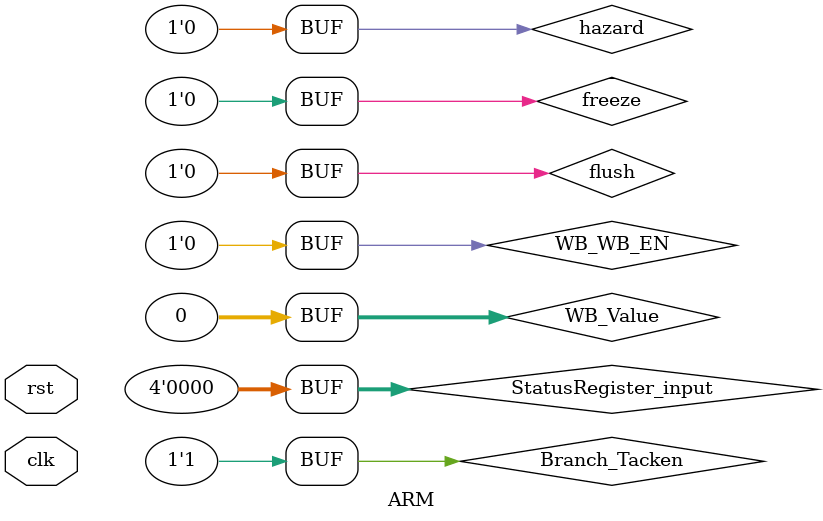
<source format=v>

module ARM(clk, rst);
	input clk, rst;

	wire  freeze = 1'b0, Branch_Tacken = 1'b1, flush = 1'b0, hazard = 1'b0, WB_WB_EN = 1'b0;
	wire [31:0] Branch_Address; 
	wire [31:0]  Instruction, pc_out, pc, Instruction_reg;
	wire [3:0] StatusRegister_input = 4'b0000; //later
	wire [31:0] WB_Value = 32'd0;
	wire [31:0] Val_Rm, Val_Rn;
	wire [3:0] EXE_CMD, Dest, Dest_ID_Reg, StatusRegister_ID_Reg;
	wire MEM_R_EN, MEM_W_EN, WB_EN, S, B;
	wire Two_src, mux_for_hazard;
	wire [31:0] pc_ID, PC_ID_REG, Val_Rn_ID_REG, Val_Rm_ID_REG, ALU_Result, val_rm_out_EXE;
    	wire [23:0] Signed_imm_24, Signed_imm_24_ID_reg;
    	wire [11:0] Shift_operand, shift_operand_ID_reg;
    	wire imm, imm_ID_reg, WB_EN_EXE, MEM_R_EN_EXE, MEM_W_EN_EXE;
	wire WB_EN_ID_REG, MEM_W_EN_ID_REG, MEM_R_EN_ID_REG, B_ID_REG, S_ID_REG;
	wire [3:0] EXE_CMD_ID_REG, StatusRegister_output, status_bits, Dest_EXE;

	IF_Stage if_stage(.clk(clk), .rst(rst), .freeze(freeze), .Branch_Tacken(Branch_Tacken), .Branch_Address(Branch_Address), 
			.Instruction(Instruction), .adder_o(pc_out));

	IF_Stage_Reg if_stage_reg(.clk(clk), .rst(rst), .pc_in(pc_out), .instruction_in(Instruction),  .flush(flush), .freeze(freeze),
			 .pc(pc), .instruction(Instruction_reg));
  
	ID_Stage id_stage(.clk(clk), .rst(rst), .StatusRegister_input(StatusRegister_input), .hazard(hazard), .WB_WB_EN(WB_WB_EN),
			 .WB_Dest(Instruction[15:12]), .WB_Value(WB_Value), .instruction(Instruction_reg), .PC_in(pc),
			.Val_Rm(Val_Rm), .Val_Rn(Val_Rn), .EXE_CMD(EXE_CMD), .MEM_R_EN(MEM_R_EN), .MEM_W_EN(MEM_W_EN), .WB_EN(WB_EN),
			 .S(S), .B(B), .Two_src(Two_src), .mux_for_hazard(mux_for_hazard), .Dest(Dest), .Signed_imm_24(Signed_imm_24), 
			.Shift_operand(Shift_operand), .imm(imm), .PC_out(pc_ID), .StatusRegister_output(StatusRegister_output));

	ID_Stage_Reg id_stage_reg(.clk(clk), .rst(rst), .wb_en_in(WB_EN), .mem_r_en_in(MEM_R_EN), .mem_w_en_in(MEM_W_EN), 
				.exe_cmd_in(EXE_CMD), .b_in(B), .s_in(S), .pc_in(pc_ID), .value_rn_in(Val_Rn), .value_rm_in(Val_Rm),
				 .shift_operand_in(Shift_operand), .imm_in(imm), .imm_signed_24_in(Signed_imm_24), .dest_in(Dest),
				 .src_1_in(Instruction_reg[19:16]), .src_2_in(Instruction_reg[15:12]), .flush(flush), .sr_in(StatusRegister_output),
  				.wb_en(WB_EN_ID_REG), .mem_r_en(MEM_R_EN_ID_REG), .mem_w_en(MEM_W_EN_ID_REG), .exe_cmd(EXE_CMD_ID_REG), 
				.b(B_ID_REG), .s(S_ID_REG), .pc(PC_ID_REG), .value_rn(Val_Rn_ID_REG), .value_rm(Val_Rm_ID_REG), 
				.shift_operand(shift_operand_ID_reg), .imm(imm_ID_reg), .imm_signed_24(Signed_imm_24_ID_reg),
				 .dest(Dest_ID_Reg), .sr(StatusRegister_ID_Reg), .src_1(), .src_2());// later src


	EXE_Stage exe_stage(.clk(clk), .rst(rst), .exe_cmd(EXE_CMD_ID_REG) , .wb_en_in(WB_EN_ID_REG), .mem_r_en_in(MEM_R_EN_ID_REG),
		 .mem_w_en_in(MEM_W_EN_ID_REG), .pc_in(PC_ID_REG), .val_rn(Val_Rn_ID_REG), .val_rm(Val_Rm_ID_REG),
		 .imm(imm_ID_reg), .shift_operand(shift_operand_ID_reg), .imm_signed_24(Signed_imm_24_ID_reg), .sr(StatusRegister_ID_Reg), 
		 .dest_in(Dest_ID_Reg), .wb_en(WB_EN_EXE), .mem_r_en(MEM_R_EN_EXE), .mem_w_en(MEM_W_EN_EXE), .alu_result(ALU_Result),
		 .br_addr(Branch_Address), .status(status_bits), .val_rm_out(val_rm_out_EXE), .dest(Dest_EXE));

endmodule
</source>
